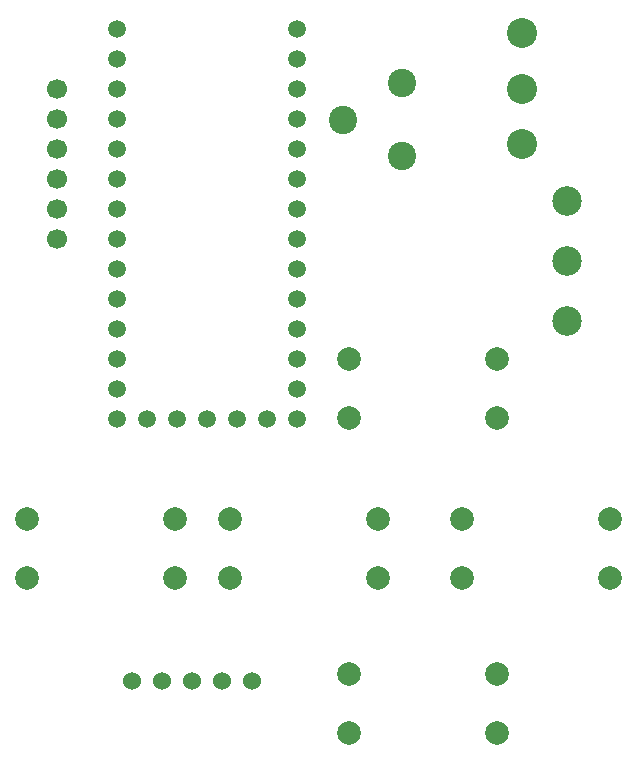
<source format=gbr>
%TF.GenerationSoftware,Novarm,DipTrace,3.3.1.3*%
%TF.CreationDate,2019-11-14T11:02:36+00:00*%
%FSLAX35Y35*%
%MOMM*%
%TF.FileFunction,Copper,L1,Top*%
%TF.Part,Single*%
%ADD19C,1.5*%
%ADD20C,1.7*%
%ADD24C,2.0*%
%ADD29C,2.5*%
%ADD33C,1.524*%
%ADD41C,2.54*%
%ADD46C,2.4*%
G75*
G01*
%LPD*%
D19*
X2143000Y7582500D3*
Y7328500D3*
Y7074500D3*
Y6820500D3*
Y6566500D3*
Y6312500D3*
Y6058500D3*
Y5804500D3*
Y5550500D3*
Y5296500D3*
Y5042500D3*
Y4788500D3*
Y4534500D3*
Y4280500D3*
X3667000Y7582500D3*
Y7328500D3*
Y7074500D3*
Y6820500D3*
Y6566500D3*
Y6312500D3*
Y6058500D3*
Y5804500D3*
Y5550500D3*
Y5296500D3*
Y5042500D3*
Y4788500D3*
Y4534500D3*
Y4280500D3*
X2397000D3*
X2651000D3*
X2905000D3*
X3159000D3*
X3413000D3*
D24*
X4111500Y2121500D3*
X5361500D3*
X4111500Y1621500D3*
X5361500D3*
X5064000Y3436500D3*
X6314000D3*
X5064000Y2936500D3*
X6314000D3*
X4111500Y4788500D3*
X5361500D3*
X4111500Y4288500D3*
X5361500D3*
X2631000Y2936500D3*
X1381000D3*
X2631000Y3436500D3*
X1381000D3*
D29*
X5953000Y6122000D3*
Y5614000D3*
Y5106000D3*
D24*
X4351500Y2936500D3*
X3101500D3*
X4351500Y3436500D3*
X3101500D3*
D33*
X3286000Y2058000D3*
X3032000D3*
X2778000D3*
D20*
X1635000Y7074500D3*
Y6820500D3*
Y6566500D3*
Y6312500D3*
Y6058500D3*
Y5804500D3*
D41*
X5572000Y7546000D3*
Y7076100D3*
Y6606200D3*
D46*
X4556000Y6503000D3*
X4056000Y6813000D3*
X4556000Y7123000D3*
D33*
X2270000Y2058000D3*
X2524000D3*
M02*

</source>
